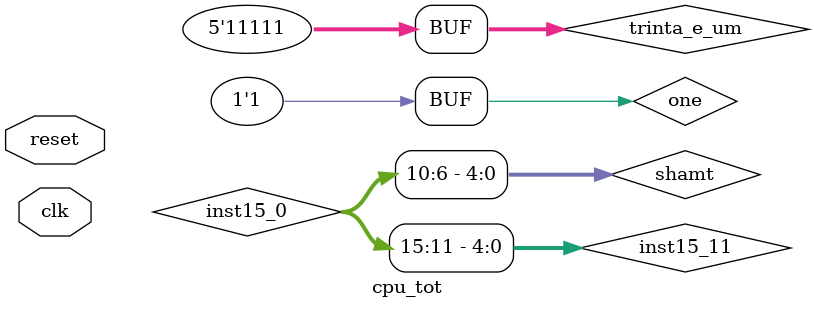
<source format=v>
module cpu_tot(
    input wire clk,
    input wire reset
);

wire one;
assign one = 1'b1;

wire pc_w;
wire [31:0] pc_in;
wire [31:0] pc_out;

wire [31:0] mem_addr;
wire [31:0] write_data_mem;
wire [31:0] mem_data;

wire [31:0] ir_write;
wire [31:0] opcode;
wire [31:0] RS;
wire [31:0] RT;
wire [31:0] inst15_0;

wire reg_write;
wire [4:0] write_reg;
wire [31:0] write_data_reg;
wire [31:0] out_rs;
wire [31:0] out_rt;

wire [31:0] op1ULA;
wire [31:0] op2ULA;
wire [2:0] alu_op;
wire [31:0] alu_result;
wire ov;
wire negt;
wire zero;
wire eq;
wire maior;
wire slt_signal;

wire [4:0] shamt;
assign shamt = inst15_0[10:6];
wire [2:0] sh_op;
wire [31:0] out_regDesloc;

wire [31:0] out_MDR;
wire [31:0] out_A_from_mem;
wire [31:0] A_out;
wire [31:0] B_out;
wire [31:0] aluout_out;

wire div_mul_wr;
wire [63:0] div_mul_in;
wire [31:0] div_mul_inHI;
wire [31:0] div_mul_outHI;
wire [31:0] div_mul_inLOW;
wire [31:0] div_mul_outLOW;
assign div_mul_inHI = div_mul_in[63:32];
assign div_mul_inLOW = div_mul_in[31:0];

wire [31:0] sb_manip_out;

wire [4:0] inst15_11;
assign inst15_11 = inst15_0[15:11];

wire [4:0] trinta_e_um;
assign trinta_e_um = 5'b11111;

wire [31:0] to_mux_to_write_data_reg;

wire [7:0] MDR7_0;
assign MDR7_0 = out_MDR[7:0];
wire[31:0] MDR_byte_extd;
wire [31:0] lui_result;

wire byte_or_word;
wire [1:0] i_or_d;
wire [1:0] reg_dst;
wire [2:0] mem_to_reg;
wire [1:0] divmul_sh_reg;

Registrador PC(
    clk,
    reset,
    pc_write,
    pc_in,
    pc_out
);

Memoria MEM(
    mem_addr,
    clk,
    mem_write,
    write_data_mem,
    mem_data
);

Instr_Reg IR(
    clk, 
    reset,
    ir_write,
    mem_data,
    opcode,
    RS,
    RT,
    inst15_0
);

Banco_reg regs(
    clk,
    reset,
    reg_write,
    RS,
    RT,
    write_reg,
    write_data_reg,
    out_rs,
    out_rt
);

ula32 ULA(
    op1ULA,
    op2ULA,
    alu_op,
    alu_result,
    ov,
    negt,
    zero,
    eq,
    maior,
    slt_signal
);

RegDesloc regDesloc(
    clk,
    reset,
    sh_op,
    shamt,
    out_rt,
    out_regDesloc
);

Registrador MDR(
    clk,
    reset,
    one,
    mem_data,
    out_MDR
);

Registrador A_from_memory(
    clk,
    reset,
    one,
    mem_data,
    out_A_from_mem
);

Registrador regA(
    clk,
    reset,
    one,
    out_rs,
    A_out
);

Registrador regB(
    clk,
    reset,
    one,
    out_rs,
    B_out
);

Registrador ALUOut(
    clk,
    reset,
    one,
    alu_result,
    aluout_out
);

Registrador divMul_regHI(
    clk,
    reset,
    div_mul_wr,
    div_mul_inHI,
    div_mul_outHI
);

Registrador divMul_regLOW(
    clk,
    reset,
    div_mul_wr,
    div_mul_inLOW,
    div_mul_outLOW
);

sb_manip SB_manip(
    out_MDR,
    B_out,
    sb_manip_out
);

mux_2_32b mux_write_data_mem(
    byte_or_word,
    B_out,
    write_data_mem
);

mux_4_32b mux_mem_addr(
    i_or_d,
    pc_out,
    A_out,
    B_out,
    aluout_out,
    mem_addr
);

mux_3_5b mux_write_reg(
    reg_dst, 
    RT,
    inst15_11,
    trinta_e_um,
    write_reg
);

mux_3_32b mux_divmul_shft(
    divmul_sh_reg,
    div_mul_outHI,
    div_mul_outLOW,
    out_regDesloc,
    to_mux_to_write_data_reg
);

mux_7_32b mux_write_data_reg(
    mem_to_reg,
    pc_out,
    to_mux_to_write_data_reg,
    out_MDR,
    slt_signal_extd,
    MDR_byte_extd,
    aluout_out,
    lui_result,
    write_data_reg
);

sign_extend_1 slt_extd(
    slt_signal,
    slt_signal_extd
);

sign_extend_8 mem_byte_extd(
    MDR7_0,
    MDR_byte_extd
);

shiftleft_16_in16 lui(
    inst15_0,
    lui_result
);


endmodule

</source>
